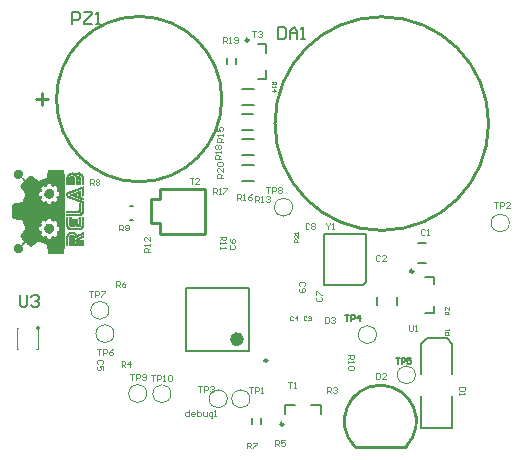
<source format=gto>
G04*
G04 #@! TF.GenerationSoftware,Altium Limited,CircuitMaker,2.3.0 (3)*
G04*
G04 Layer_Color=15132400*
%FSLAX25Y25*%
%MOIN*%
G70*
G04*
G04 #@! TF.SameCoordinates,D9861004-D678-4A7D-ADCB-9CC0BAE6BC75*
G04*
G04*
G04 #@! TF.FilePolarity,Positive*
G04*
G01*
G75*
%ADD10C,0.01000*%
%ADD11C,0.00394*%
%ADD12C,0.00787*%
%ADD13C,0.00984*%
%ADD14C,0.02362*%
%ADD15C,0.00500*%
%ADD16C,0.00591*%
G36*
X324619Y406974D02*
X324808D01*
Y406880D01*
X324997D01*
Y406785D01*
X325185D01*
Y406691D01*
X325280D01*
Y406597D01*
X325468D01*
Y406502D01*
X325563D01*
Y406408D01*
X325657D01*
Y406314D01*
X325751D01*
Y406125D01*
X325846D01*
Y406031D01*
X325940D01*
Y405936D01*
X326035D01*
Y405747D01*
X326129D01*
Y405370D01*
X326223D01*
Y403011D01*
X326129D01*
Y402916D01*
X325940D01*
Y403011D01*
X325468D01*
Y403105D01*
X325374D01*
Y405087D01*
X325280D01*
Y405464D01*
X325185D01*
Y405653D01*
X325091D01*
Y405747D01*
X324997D01*
Y405842D01*
X324902D01*
Y405936D01*
X324713D01*
Y406031D01*
X324525D01*
Y406125D01*
X323770D01*
Y406031D01*
X323676D01*
Y405936D01*
X323487D01*
Y405842D01*
X323393D01*
Y405747D01*
X323298D01*
Y405653D01*
X323109D01*
Y405747D01*
X323015D01*
Y405842D01*
X322921D01*
Y405936D01*
X322732D01*
Y406031D01*
X322543D01*
Y406125D01*
X321788D01*
Y406031D01*
X321600D01*
Y405936D01*
X321411D01*
Y405842D01*
X321317D01*
Y405747D01*
X321222D01*
Y405559D01*
X321128D01*
Y405370D01*
X321034D01*
Y403011D01*
X320845D01*
Y402916D01*
X320562D01*
Y403011D01*
X320373D01*
Y402916D01*
X320279D01*
Y403011D01*
X320184D01*
Y405559D01*
X320279D01*
Y405842D01*
X320373D01*
Y406031D01*
X320467D01*
Y406125D01*
X320562D01*
Y406219D01*
X320656D01*
Y406314D01*
X320750D01*
Y406408D01*
X320845D01*
Y406502D01*
X320939D01*
Y406597D01*
X321034D01*
Y406691D01*
X321222D01*
Y406785D01*
X321411D01*
Y406880D01*
X321694D01*
Y406974D01*
X321977D01*
Y407068D01*
X322543D01*
Y406974D01*
X322638D01*
Y406880D01*
X322826D01*
Y406785D01*
X323487D01*
Y406880D01*
X323770D01*
Y406974D01*
X324053D01*
Y407068D01*
X324619D01*
Y406974D01*
D02*
G37*
G36*
X319429Y407351D02*
X319524D01*
Y406597D01*
X319618D01*
Y405653D01*
X319712D01*
Y382252D01*
X319618D01*
Y381402D01*
X319524D01*
Y380742D01*
X319429D01*
Y380176D01*
X319335D01*
Y379987D01*
X314145D01*
Y380176D01*
X314051D01*
Y380553D01*
X313956D01*
Y381402D01*
X313862D01*
Y382252D01*
X313768D01*
Y382723D01*
X313673D01*
Y382912D01*
X313579D01*
Y383006D01*
X313296D01*
Y383101D01*
X313107D01*
Y383195D01*
X312918D01*
Y383290D01*
X312635D01*
Y383384D01*
X312447D01*
Y383478D01*
X312163D01*
Y383573D01*
X311975D01*
Y383667D01*
X311692D01*
Y383761D01*
X311503D01*
Y383856D01*
X311314D01*
Y383950D01*
X310748D01*
Y383856D01*
X310654D01*
Y383761D01*
X310465D01*
Y383667D01*
X310371D01*
Y383573D01*
X310276D01*
Y383478D01*
X310182D01*
Y383384D01*
X309993D01*
Y383290D01*
X309899D01*
Y383195D01*
X309805D01*
Y383101D01*
X309710D01*
Y383006D01*
X309521D01*
Y382912D01*
X309427D01*
Y382818D01*
X309333D01*
Y382723D01*
X309144D01*
Y382629D01*
X309050D01*
Y382535D01*
X308955D01*
Y382440D01*
X308767D01*
Y382346D01*
X308012D01*
Y382440D01*
X307917D01*
Y382535D01*
X307729D01*
Y382629D01*
X307634D01*
Y382723D01*
X307540D01*
Y382818D01*
X307446D01*
Y382912D01*
X307351D01*
Y383006D01*
X307257D01*
Y383101D01*
X307162D01*
Y383195D01*
X307068D01*
Y383290D01*
X306974D01*
Y383384D01*
X306879D01*
Y383478D01*
X306785D01*
Y383573D01*
X306502D01*
Y383478D01*
X306407D01*
Y383384D01*
X306313D01*
Y383290D01*
X306219D01*
Y383195D01*
X306124D01*
Y383101D01*
X306030D01*
Y383006D01*
X305936D01*
Y382912D01*
X305747D01*
Y382818D01*
X305653D01*
Y382629D01*
X305558D01*
Y382346D01*
X305653D01*
Y382063D01*
X305747D01*
Y381213D01*
X305653D01*
Y380930D01*
X305558D01*
Y380836D01*
X305464D01*
Y380742D01*
X305369D01*
Y380647D01*
X305275D01*
Y380553D01*
X305181D01*
Y380459D01*
X305086D01*
Y380364D01*
X304898D01*
Y380270D01*
X304709D01*
Y380176D01*
X303671D01*
Y380270D01*
X303577D01*
Y380364D01*
X303388D01*
Y380459D01*
X303294D01*
Y380553D01*
X303199D01*
Y380647D01*
X303105D01*
Y380742D01*
X303011D01*
Y380836D01*
X302916D01*
Y381025D01*
X302822D01*
Y381308D01*
X302727D01*
Y382157D01*
X302822D01*
Y382346D01*
X302916D01*
Y382535D01*
X303011D01*
Y382723D01*
X303105D01*
Y382818D01*
X303199D01*
Y382912D01*
X303388D01*
Y383006D01*
X303482D01*
Y383101D01*
X303671D01*
Y383195D01*
X304709D01*
Y383101D01*
X304898D01*
Y383006D01*
X305275D01*
Y383101D01*
X305369D01*
Y383195D01*
X305464D01*
Y383290D01*
X305558D01*
Y383478D01*
X305653D01*
Y383573D01*
X305747D01*
Y383667D01*
X305841D01*
Y383761D01*
X305936D01*
Y383856D01*
X306030D01*
Y384044D01*
X306124D01*
Y384233D01*
X306030D01*
Y384327D01*
X305936D01*
Y384422D01*
X305841D01*
Y384516D01*
X305747D01*
Y384611D01*
X305653D01*
Y384705D01*
X305558D01*
Y384799D01*
X305464D01*
Y384894D01*
X305369D01*
Y384988D01*
X305275D01*
Y385082D01*
X305181D01*
Y385271D01*
X305086D01*
Y385365D01*
X304992D01*
Y385648D01*
X304898D01*
Y385932D01*
X304992D01*
Y386215D01*
X305086D01*
Y386309D01*
X305181D01*
Y386498D01*
X305275D01*
Y386592D01*
X305369D01*
Y386686D01*
X305464D01*
Y386781D01*
X305558D01*
Y386969D01*
X305653D01*
Y387064D01*
X305747D01*
Y387158D01*
X305841D01*
Y387253D01*
X305936D01*
Y387441D01*
X306030D01*
Y387536D01*
X306124D01*
Y387630D01*
X306219D01*
Y387819D01*
X306313D01*
Y387913D01*
X306407D01*
Y388007D01*
X306502D01*
Y388102D01*
X306596D01*
Y388574D01*
X306502D01*
Y388857D01*
X306407D01*
Y389046D01*
X306313D01*
Y389234D01*
X306219D01*
Y389517D01*
X306124D01*
Y389706D01*
X306030D01*
Y389989D01*
X305936D01*
Y390178D01*
X305841D01*
Y390461D01*
X305747D01*
Y390650D01*
X305653D01*
Y390933D01*
X305558D01*
Y391027D01*
X305464D01*
Y391121D01*
X304898D01*
Y391216D01*
X304048D01*
Y391310D01*
X303294D01*
Y391405D01*
X302822D01*
Y391499D01*
X302633D01*
Y391593D01*
X302539D01*
Y391688D01*
X302444D01*
Y391782D01*
X302350D01*
Y391971D01*
X302256D01*
Y396217D01*
X302350D01*
Y396406D01*
X302444D01*
Y396500D01*
X302539D01*
Y396594D01*
X302633D01*
Y396689D01*
X302822D01*
Y396783D01*
X303388D01*
Y396877D01*
X304143D01*
Y396972D01*
X304898D01*
Y397066D01*
X305464D01*
Y397161D01*
X305558D01*
Y397255D01*
X305653D01*
Y397538D01*
X305747D01*
Y397727D01*
X305841D01*
Y398010D01*
X305936D01*
Y398199D01*
X306030D01*
Y398387D01*
X306124D01*
Y398670D01*
X306219D01*
Y398859D01*
X306313D01*
Y399142D01*
X306407D01*
Y399331D01*
X306502D01*
Y399614D01*
X306596D01*
Y400086D01*
X306502D01*
Y400180D01*
X306407D01*
Y400274D01*
X306313D01*
Y400369D01*
X306219D01*
Y400558D01*
X306124D01*
Y400652D01*
X306030D01*
Y400746D01*
X305936D01*
Y400935D01*
X305841D01*
Y401029D01*
X305747D01*
Y401124D01*
X305653D01*
Y401218D01*
X305558D01*
Y401407D01*
X305464D01*
Y401501D01*
X305369D01*
Y401595D01*
X305275D01*
Y401690D01*
X305181D01*
Y401879D01*
X305086D01*
Y401973D01*
X304992D01*
Y402256D01*
X304898D01*
Y402539D01*
X304992D01*
Y402822D01*
X305086D01*
Y402916D01*
X305181D01*
Y403105D01*
X305275D01*
Y403200D01*
X305369D01*
Y403294D01*
X305464D01*
Y403388D01*
X305558D01*
Y403483D01*
X305653D01*
Y403577D01*
X305747D01*
Y403671D01*
X305841D01*
Y403766D01*
X305936D01*
Y403860D01*
X306030D01*
Y403955D01*
X306124D01*
Y404143D01*
X306030D01*
Y404238D01*
X305936D01*
Y404332D01*
X305841D01*
Y404426D01*
X305747D01*
Y404521D01*
X305653D01*
Y404709D01*
X305558D01*
Y404804D01*
X305464D01*
Y404898D01*
X305369D01*
Y404992D01*
X305275D01*
Y405087D01*
X304803D01*
Y404992D01*
X304520D01*
Y404898D01*
X303860D01*
Y404992D01*
X303577D01*
Y405087D01*
X303388D01*
Y405181D01*
X303294D01*
Y405276D01*
X303199D01*
Y405370D01*
X303105D01*
Y405464D01*
X303011D01*
Y405559D01*
X302916D01*
Y405747D01*
X302822D01*
Y405936D01*
X302727D01*
Y406880D01*
X302822D01*
Y407163D01*
X302916D01*
Y407351D01*
X303011D01*
Y407446D01*
X303105D01*
Y407540D01*
X303199D01*
Y407635D01*
X303388D01*
Y407729D01*
X303482D01*
Y407823D01*
X304898D01*
Y407729D01*
X305086D01*
Y407635D01*
X305181D01*
Y407540D01*
X305369D01*
Y407351D01*
X305464D01*
Y407257D01*
X305558D01*
Y407163D01*
X305653D01*
Y406880D01*
X305747D01*
Y406125D01*
X305653D01*
Y405842D01*
X305558D01*
Y405559D01*
X305464D01*
Y405464D01*
X305558D01*
Y405370D01*
X305653D01*
Y405276D01*
X305841D01*
Y405181D01*
X305936D01*
Y405087D01*
X306030D01*
Y404992D01*
X306124D01*
Y404898D01*
X306219D01*
Y404804D01*
X306313D01*
Y404709D01*
X306502D01*
Y404615D01*
X306596D01*
Y404521D01*
X306691D01*
Y404615D01*
X306785D01*
Y404709D01*
X306879D01*
Y404804D01*
X306974D01*
Y404898D01*
X307068D01*
Y404992D01*
X307162D01*
Y405087D01*
X307257D01*
Y405181D01*
X307351D01*
Y405276D01*
X307446D01*
Y405370D01*
X307540D01*
Y405464D01*
X307634D01*
Y405559D01*
X307729D01*
Y405653D01*
X307917D01*
Y405747D01*
X308012D01*
Y405842D01*
X308767D01*
Y405747D01*
X308955D01*
Y405653D01*
X309050D01*
Y405559D01*
X309144D01*
Y405464D01*
X309333D01*
Y405370D01*
X309427D01*
Y405276D01*
X309521D01*
Y405181D01*
X309616D01*
Y405087D01*
X309805D01*
Y404992D01*
X309899D01*
Y404898D01*
X309993D01*
Y404804D01*
X310182D01*
Y404709D01*
X310276D01*
Y404615D01*
X310371D01*
Y404521D01*
X310465D01*
Y404426D01*
X310654D01*
Y404332D01*
X310748D01*
Y404238D01*
X311314D01*
Y404332D01*
X311503D01*
Y404426D01*
X311692D01*
Y404521D01*
X311975D01*
Y404615D01*
X312163D01*
Y404709D01*
X312352D01*
Y404804D01*
X312635D01*
Y404898D01*
X312824D01*
Y404992D01*
X313107D01*
Y405087D01*
X313390D01*
Y405181D01*
X313579D01*
Y405276D01*
X313673D01*
Y405370D01*
X313768D01*
Y406031D01*
X313862D01*
Y406880D01*
X313956D01*
Y407635D01*
X314051D01*
Y407823D01*
X319429D01*
Y407351D01*
D02*
G37*
G36*
X324525Y405842D02*
X324713D01*
Y405747D01*
X324902D01*
Y405653D01*
X324997D01*
Y405464D01*
X325091D01*
Y403011D01*
X324997D01*
Y402916D01*
X324525D01*
Y403011D01*
X323864D01*
Y402916D01*
X323487D01*
Y403011D01*
X323298D01*
Y405276D01*
X323393D01*
Y405559D01*
X323487D01*
Y405653D01*
X323581D01*
Y405747D01*
X323676D01*
Y405842D01*
X323864D01*
Y405936D01*
X324525D01*
Y405842D01*
D02*
G37*
G36*
X322543D02*
X322638D01*
Y405747D01*
X322732D01*
Y405653D01*
X322826D01*
Y405559D01*
X322921D01*
Y405464D01*
X323015D01*
Y404992D01*
X323109D01*
Y403105D01*
X323015D01*
Y403011D01*
X322921D01*
Y402916D01*
X321317D01*
Y403011D01*
X321222D01*
Y405464D01*
X321317D01*
Y405559D01*
X321411D01*
Y405653D01*
X321505D01*
Y405747D01*
X321600D01*
Y405842D01*
X321788D01*
Y405936D01*
X322543D01*
Y405842D01*
D02*
G37*
G36*
X326223Y399048D02*
X325846D01*
Y398953D01*
X325563D01*
Y399048D01*
X325374D01*
Y401407D01*
X325091D01*
Y401312D01*
X324808D01*
Y401218D01*
X324619D01*
Y401124D01*
X324336D01*
Y401029D01*
X324147D01*
Y400935D01*
X323864D01*
Y400841D01*
X323676D01*
Y400746D01*
X323393D01*
Y400652D01*
X323109D01*
Y400558D01*
X322921D01*
Y400463D01*
X322638D01*
Y400369D01*
X322449D01*
Y400274D01*
X322166D01*
Y400180D01*
X321977D01*
Y400086D01*
X321694D01*
Y399991D01*
X321411D01*
Y399897D01*
X321222D01*
Y399803D01*
X321034D01*
Y399708D01*
X320939D01*
Y399331D01*
X321034D01*
Y399236D01*
X321222D01*
Y399142D01*
X321505D01*
Y399048D01*
X321788D01*
Y398953D01*
X321977D01*
Y398859D01*
X322260D01*
Y398765D01*
X322543D01*
Y398670D01*
X322732D01*
Y398576D01*
X323015D01*
Y398482D01*
X323298D01*
Y398387D01*
X323581D01*
Y398293D01*
X323770D01*
Y398199D01*
X324053D01*
Y398104D01*
X324336D01*
Y398010D01*
X324525D01*
Y397915D01*
X324808D01*
Y397821D01*
X325091D01*
Y397727D01*
X325374D01*
Y397632D01*
X325563D01*
Y397538D01*
X325940D01*
Y397444D01*
X326223D01*
Y393858D01*
X326129D01*
Y393480D01*
X326035D01*
Y393292D01*
X325940D01*
Y393197D01*
X325846D01*
Y393009D01*
X325751D01*
Y392914D01*
X325657D01*
Y392820D01*
X325468D01*
Y392726D01*
X325374D01*
Y392631D01*
X325091D01*
Y392537D01*
X324808D01*
Y392442D01*
X320090D01*
Y393292D01*
X324713D01*
Y393386D01*
X324902D01*
Y393480D01*
X325091D01*
Y393575D01*
X325185D01*
Y393763D01*
X325280D01*
Y394141D01*
X325374D01*
Y396783D01*
X325280D01*
Y396877D01*
X325185D01*
Y396972D01*
X324902D01*
Y397066D01*
X324619D01*
Y397161D01*
X324336D01*
Y397255D01*
X324053D01*
Y397349D01*
X323864D01*
Y397444D01*
X323581D01*
Y397538D01*
X323298D01*
Y397632D01*
X323015D01*
Y397727D01*
X322826D01*
Y397821D01*
X322543D01*
Y397915D01*
X322260D01*
Y398010D01*
X321977D01*
Y398104D01*
X321694D01*
Y398199D01*
X321505D01*
Y398293D01*
X321222D01*
Y398387D01*
X320939D01*
Y398482D01*
X320750D01*
Y398576D01*
X320656D01*
Y398670D01*
X320467D01*
Y398765D01*
X320373D01*
Y398859D01*
X320279D01*
Y399048D01*
X320184D01*
Y399142D01*
X320090D01*
Y399897D01*
X320184D01*
Y400086D01*
X320279D01*
Y400180D01*
X320373D01*
Y400274D01*
X320467D01*
Y400369D01*
X320562D01*
Y400463D01*
X320750D01*
Y400558D01*
X320939D01*
Y400652D01*
X321222D01*
Y400746D01*
X321411D01*
Y400841D01*
X321788D01*
Y400935D01*
X321977D01*
Y401029D01*
X322260D01*
Y401124D01*
X322449D01*
Y401218D01*
X322732D01*
Y401312D01*
X323015D01*
Y401407D01*
X323298D01*
Y401501D01*
X323487D01*
Y401595D01*
X323770D01*
Y401690D01*
X324053D01*
Y401784D01*
X324242D01*
Y401879D01*
X324525D01*
Y401973D01*
X324808D01*
Y402067D01*
X324997D01*
Y402162D01*
X325280D01*
Y402256D01*
X325563D01*
Y402350D01*
X325751D01*
Y402445D01*
X326035D01*
Y402539D01*
X326223D01*
Y399048D01*
D02*
G37*
G36*
X325091D02*
X324997D01*
Y398953D01*
X324902D01*
Y398859D01*
X325185D01*
Y398765D01*
X325374D01*
Y398670D01*
X325563D01*
Y398576D01*
X325940D01*
Y398482D01*
X326223D01*
Y397821D01*
X326129D01*
Y397727D01*
X326223D01*
Y397632D01*
X325940D01*
Y397727D01*
X325657D01*
Y397821D01*
X325468D01*
Y397915D01*
X325185D01*
Y398010D01*
X324902D01*
Y398104D01*
X324619D01*
Y398199D01*
X324430D01*
Y398293D01*
X324147D01*
Y398387D01*
X323864D01*
Y398482D01*
X323581D01*
Y398576D01*
X323393D01*
Y398670D01*
X323109D01*
Y398765D01*
X322826D01*
Y398859D01*
X322638D01*
Y398953D01*
X322355D01*
Y399048D01*
X322071D01*
Y399142D01*
X321788D01*
Y399236D01*
X321600D01*
Y399331D01*
X321317D01*
Y399425D01*
X321222D01*
Y399614D01*
X321317D01*
Y399708D01*
X321600D01*
Y399803D01*
X321788D01*
Y399897D01*
X322071D01*
Y399991D01*
X322355D01*
Y400086D01*
X322543D01*
Y400180D01*
X322826D01*
Y400274D01*
X323109D01*
Y400369D01*
X323298D01*
Y400463D01*
X323581D01*
Y400558D01*
X323864D01*
Y400652D01*
X324053D01*
Y400746D01*
X324336D01*
Y400841D01*
X324525D01*
Y400935D01*
X324808D01*
Y401029D01*
X325091D01*
Y399048D01*
D02*
G37*
G36*
Y393858D02*
X324997D01*
Y393669D01*
X324902D01*
Y393575D01*
X324619D01*
Y393480D01*
X320090D01*
Y394330D01*
X324242D01*
Y394518D01*
X324336D01*
Y396783D01*
X325091D01*
Y393858D01*
D02*
G37*
G36*
Y390838D02*
Y390744D01*
Y389140D01*
X324997D01*
Y388951D01*
X324808D01*
Y388857D01*
X324619D01*
Y388762D01*
X323393D01*
Y388857D01*
X323298D01*
Y389140D01*
X323204D01*
Y391405D01*
X323393D01*
Y391499D01*
X323487D01*
Y391405D01*
X323770D01*
Y391499D01*
X323959D01*
Y391405D01*
X324053D01*
Y389612D01*
X324242D01*
Y389800D01*
X324336D01*
Y391688D01*
X324242D01*
Y391782D01*
X324336D01*
Y392065D01*
X325091D01*
Y390838D01*
D02*
G37*
G36*
X321977Y389706D02*
X322071D01*
Y389612D01*
X322260D01*
Y391405D01*
X323015D01*
Y391310D01*
X323109D01*
Y390838D01*
X323015D01*
Y389706D01*
X323109D01*
Y388951D01*
X323015D01*
Y388762D01*
X321600D01*
Y388857D01*
X321411D01*
Y388951D01*
X321317D01*
Y389046D01*
X321222D01*
Y389612D01*
X321128D01*
Y391876D01*
X321222D01*
Y392065D01*
X321977D01*
Y389706D01*
D02*
G37*
G36*
X326223Y390367D02*
Y390272D01*
Y389046D01*
X326129D01*
Y388762D01*
X326035D01*
Y388574D01*
X325940D01*
Y388479D01*
X325846D01*
Y388291D01*
X325751D01*
Y388196D01*
X325657D01*
Y388102D01*
X325563D01*
Y388007D01*
X325374D01*
Y387913D01*
X325185D01*
Y387819D01*
X324902D01*
Y387724D01*
X321411D01*
Y387819D01*
X321034D01*
Y387913D01*
X320845D01*
Y388007D01*
X320750D01*
Y388102D01*
X320656D01*
Y388196D01*
X320562D01*
Y388291D01*
X320467D01*
Y388385D01*
X320373D01*
Y388574D01*
X320279D01*
Y388762D01*
X320184D01*
Y388951D01*
X320090D01*
Y392065D01*
X320845D01*
Y391971D01*
X320939D01*
Y389234D01*
X321034D01*
Y388951D01*
X321128D01*
Y388857D01*
X321222D01*
Y388762D01*
X321317D01*
Y388668D01*
X321505D01*
Y388574D01*
X324808D01*
Y388668D01*
X324997D01*
Y388762D01*
X325091D01*
Y388857D01*
X325185D01*
Y389046D01*
X325280D01*
Y389329D01*
X325374D01*
Y391971D01*
X325563D01*
Y392065D01*
X326223D01*
Y390367D01*
D02*
G37*
G36*
X322543Y387253D02*
X322826D01*
Y387158D01*
X323109D01*
Y387064D01*
X323204D01*
Y386969D01*
X323298D01*
Y386875D01*
X323487D01*
Y386781D01*
X323581D01*
Y386592D01*
X323676D01*
Y386498D01*
X323770D01*
Y386403D01*
X323864D01*
Y386309D01*
X324242D01*
Y386403D01*
X324430D01*
Y386498D01*
X324619D01*
Y386592D01*
X324808D01*
Y386686D01*
X324997D01*
Y386781D01*
X325185D01*
Y386875D01*
X325374D01*
Y386969D01*
X325563D01*
Y387064D01*
X325751D01*
Y387158D01*
X325940D01*
Y387253D01*
X326223D01*
Y386403D01*
X325940D01*
Y386309D01*
X325657D01*
Y386215D01*
X325468D01*
Y386120D01*
X325280D01*
Y386026D01*
X325185D01*
Y385932D01*
X324997D01*
Y385837D01*
X324713D01*
Y385743D01*
X324525D01*
Y385648D01*
X324336D01*
Y385554D01*
X324147D01*
Y385460D01*
X323959D01*
Y385365D01*
X323770D01*
Y385271D01*
X323581D01*
Y385177D01*
X323298D01*
Y385271D01*
X323204D01*
Y385743D01*
X323109D01*
Y386026D01*
X323015D01*
Y386120D01*
X322921D01*
Y386215D01*
X322826D01*
Y386309D01*
X322732D01*
Y386403D01*
X322543D01*
Y386498D01*
X321694D01*
Y386403D01*
X321505D01*
Y386309D01*
X321411D01*
Y386215D01*
X321222D01*
Y386026D01*
X321128D01*
Y385837D01*
X321034D01*
Y385554D01*
X320939D01*
Y382535D01*
X320184D01*
Y382629D01*
X320090D01*
Y385837D01*
X320184D01*
Y386026D01*
X320279D01*
Y386309D01*
X320373D01*
Y386403D01*
X320467D01*
Y386592D01*
X320562D01*
Y386686D01*
X320656D01*
Y386781D01*
X320750D01*
Y386875D01*
X320845D01*
Y386969D01*
X321034D01*
Y387064D01*
X321222D01*
Y387158D01*
X321411D01*
Y387253D01*
X321694D01*
Y387347D01*
X322543D01*
Y387253D01*
D02*
G37*
G36*
X326223Y385554D02*
X326129D01*
Y385365D01*
X325846D01*
Y385271D01*
X325657D01*
Y385177D01*
X325468D01*
Y385082D01*
X325280D01*
Y384988D01*
X325091D01*
Y384894D01*
X324902D01*
Y384799D01*
X324808D01*
Y384705D01*
X324619D01*
Y384611D01*
X324430D01*
Y384516D01*
X324336D01*
Y384422D01*
X326223D01*
Y383667D01*
X323298D01*
Y383761D01*
X323204D01*
Y384611D01*
X323298D01*
Y384799D01*
X323393D01*
Y384894D01*
X323487D01*
Y384988D01*
X323676D01*
Y385082D01*
X323864D01*
Y385177D01*
X324053D01*
Y385271D01*
X324242D01*
Y385365D01*
X324430D01*
Y385460D01*
X324619D01*
Y385554D01*
X324808D01*
Y385648D01*
X324997D01*
Y385743D01*
X325185D01*
Y385837D01*
X325374D01*
Y385932D01*
X325563D01*
Y386026D01*
X325751D01*
Y386120D01*
X325940D01*
Y386215D01*
X326223D01*
Y385554D01*
D02*
G37*
G36*
X322449Y386215D02*
X322638D01*
Y386120D01*
X322732D01*
Y386026D01*
X322826D01*
Y385932D01*
X322921D01*
Y385743D01*
X323015D01*
Y385177D01*
X323109D01*
Y383950D01*
X323015D01*
Y383573D01*
X323109D01*
Y383478D01*
X323204D01*
Y383384D01*
X326223D01*
Y382629D01*
X326129D01*
Y382535D01*
X322260D01*
Y385365D01*
X322166D01*
Y385460D01*
X322071D01*
Y385365D01*
X321977D01*
Y382535D01*
X321222D01*
Y383761D01*
X321128D01*
Y385271D01*
X321222D01*
Y385743D01*
X321317D01*
Y385932D01*
X321411D01*
Y386026D01*
X321505D01*
Y386120D01*
X321600D01*
Y386215D01*
X321788D01*
Y386309D01*
X322449D01*
Y386215D01*
D02*
G37*
%LPC*%
G36*
X315089Y403200D02*
X313956D01*
Y402916D01*
X313862D01*
Y402539D01*
X313768D01*
Y402445D01*
X313673D01*
Y402350D01*
X313485D01*
Y402256D01*
X313107D01*
Y402350D01*
X312918D01*
Y402445D01*
X312824D01*
Y402539D01*
X312730D01*
Y402633D01*
X312541D01*
Y402539D01*
X312447D01*
Y402445D01*
X312352D01*
Y402350D01*
X312258D01*
Y402256D01*
X312163D01*
Y402162D01*
X312069D01*
Y402067D01*
X311975D01*
Y401973D01*
X311880D01*
Y401595D01*
X311975D01*
Y401501D01*
X312069D01*
Y401407D01*
X312163D01*
Y401029D01*
X312069D01*
Y400746D01*
X311975D01*
Y400558D01*
X311409D01*
Y400463D01*
X311314D01*
Y400369D01*
X311220D01*
Y399331D01*
X311314D01*
Y399236D01*
X311786D01*
Y399142D01*
X311975D01*
Y399048D01*
X312069D01*
Y398859D01*
X312163D01*
Y398387D01*
X312069D01*
Y398293D01*
X311975D01*
Y398104D01*
X311880D01*
Y397821D01*
X311975D01*
Y397727D01*
X312069D01*
Y397632D01*
X312163D01*
Y397538D01*
X312258D01*
Y397444D01*
X312352D01*
Y397349D01*
X312447D01*
Y397255D01*
X312541D01*
Y397161D01*
X312730D01*
Y397255D01*
X312918D01*
Y397349D01*
X313013D01*
Y397444D01*
X313673D01*
Y397349D01*
X313768D01*
Y397161D01*
X313862D01*
Y396783D01*
X313956D01*
Y396594D01*
X314145D01*
Y396500D01*
X314900D01*
Y396594D01*
X315089D01*
Y396689D01*
X315183D01*
Y397161D01*
X315277D01*
Y397255D01*
X315372D01*
Y397349D01*
X315466D01*
Y397444D01*
X315749D01*
Y397538D01*
X315844D01*
Y397444D01*
X316127D01*
Y397349D01*
X316221D01*
Y397255D01*
X316410D01*
Y397161D01*
X316504D01*
Y397255D01*
X316693D01*
Y397349D01*
X316787D01*
Y397444D01*
X316882D01*
Y397538D01*
X316976D01*
Y397632D01*
X317070D01*
Y397727D01*
X317165D01*
Y397821D01*
X317259D01*
Y398104D01*
X317165D01*
Y398199D01*
X317070D01*
Y398387D01*
X316976D01*
Y398482D01*
X316882D01*
Y398765D01*
X316976D01*
Y398953D01*
X317070D01*
Y399048D01*
X317165D01*
Y399142D01*
X317353D01*
Y399236D01*
X317731D01*
Y399331D01*
X317825D01*
Y399425D01*
X317919D01*
Y400274D01*
X317825D01*
Y400463D01*
X317542D01*
Y400558D01*
X317165D01*
Y400652D01*
X317070D01*
Y400841D01*
X316976D01*
Y401407D01*
X317070D01*
Y401501D01*
X317165D01*
Y401690D01*
X317259D01*
Y401879D01*
X317165D01*
Y402067D01*
X317070D01*
Y402162D01*
X316976D01*
Y402256D01*
X316882D01*
Y402350D01*
X316787D01*
Y402445D01*
X316693D01*
Y402539D01*
X316504D01*
Y402633D01*
X316410D01*
Y402539D01*
X316221D01*
Y402445D01*
X316127D01*
Y402350D01*
X316032D01*
Y402256D01*
X315655D01*
Y402350D01*
X315372D01*
Y402445D01*
X315277D01*
Y402633D01*
X315183D01*
Y403105D01*
X315089D01*
Y403200D01*
D02*
G37*
G36*
X314900Y391688D02*
X314711D01*
Y391593D01*
X313956D01*
Y391310D01*
X313862D01*
Y390933D01*
X313768D01*
Y390838D01*
X313673D01*
Y390744D01*
X313390D01*
Y390650D01*
X313201D01*
Y390744D01*
X313013D01*
Y390838D01*
X312824D01*
Y390933D01*
X312730D01*
Y391027D01*
X312541D01*
Y390933D01*
X312447D01*
Y390838D01*
X312352D01*
Y390744D01*
X312258D01*
Y390650D01*
X312163D01*
Y390555D01*
X312069D01*
Y390461D01*
X311975D01*
Y390367D01*
X311880D01*
Y389989D01*
X311975D01*
Y389895D01*
X312069D01*
Y389800D01*
X312163D01*
Y389423D01*
X312069D01*
Y389140D01*
X311975D01*
Y389046D01*
X311880D01*
Y388951D01*
X311409D01*
Y388857D01*
X311220D01*
Y387819D01*
X311314D01*
Y387724D01*
X311503D01*
Y387630D01*
X311880D01*
Y387536D01*
X311975D01*
Y387441D01*
X312069D01*
Y387253D01*
X312163D01*
Y386781D01*
X312069D01*
Y386686D01*
X311975D01*
Y386498D01*
X311880D01*
Y386215D01*
X311975D01*
Y386120D01*
X312069D01*
Y386026D01*
X312163D01*
Y385932D01*
X312258D01*
Y385837D01*
X312352D01*
Y385743D01*
X312447D01*
Y385648D01*
X312824D01*
Y385743D01*
X312918D01*
Y385837D01*
X313107D01*
Y385932D01*
X313390D01*
Y385837D01*
X313673D01*
Y385743D01*
X313768D01*
Y385648D01*
X313862D01*
Y385271D01*
X313956D01*
Y384988D01*
X315089D01*
Y385082D01*
X315183D01*
Y385554D01*
X315277D01*
Y385648D01*
X315372D01*
Y385837D01*
X315561D01*
Y385932D01*
X316032D01*
Y385837D01*
X316127D01*
Y385743D01*
X316221D01*
Y385648D01*
X316410D01*
Y385554D01*
X316504D01*
Y385648D01*
X316693D01*
Y385743D01*
X316787D01*
Y385837D01*
X316882D01*
Y385932D01*
X316976D01*
Y386026D01*
X317070D01*
Y386120D01*
X317165D01*
Y386309D01*
X317259D01*
Y386498D01*
X317165D01*
Y386686D01*
X317070D01*
Y386781D01*
X316976D01*
Y387347D01*
X317070D01*
Y387536D01*
X317165D01*
Y387630D01*
X317636D01*
Y387724D01*
X317825D01*
Y387913D01*
X317919D01*
Y388762D01*
X317825D01*
Y388951D01*
X317259D01*
Y389046D01*
X317070D01*
Y389329D01*
X316976D01*
Y389800D01*
X317070D01*
Y389989D01*
X317165D01*
Y390084D01*
X317259D01*
Y390367D01*
X317165D01*
Y390461D01*
X317070D01*
Y390555D01*
X316976D01*
Y390650D01*
X316882D01*
Y390744D01*
X316787D01*
Y390838D01*
X316693D01*
Y390933D01*
X316599D01*
Y391027D01*
X316410D01*
Y390933D01*
X316221D01*
Y390838D01*
X316127D01*
Y390744D01*
X316032D01*
Y390650D01*
X315749D01*
Y390744D01*
X315466D01*
Y390838D01*
X315277D01*
Y391027D01*
X315183D01*
Y391499D01*
X315089D01*
Y391593D01*
X314900D01*
Y391688D01*
D02*
G37*
%LPD*%
G36*
X315089Y401407D02*
X315372D01*
Y401312D01*
X315466D01*
Y401218D01*
X315561D01*
Y401124D01*
X315749D01*
Y400935D01*
X315844D01*
Y400841D01*
X315938D01*
Y400746D01*
X316032D01*
Y400558D01*
X316127D01*
Y400274D01*
X316221D01*
Y399519D01*
X316127D01*
Y399236D01*
X316032D01*
Y399048D01*
X315938D01*
Y398859D01*
X315844D01*
Y398765D01*
X315749D01*
Y398670D01*
X315655D01*
Y398576D01*
X315561D01*
Y398482D01*
X315372D01*
Y398387D01*
X315183D01*
Y398293D01*
X314900D01*
Y398199D01*
X314240D01*
Y398293D01*
X313956D01*
Y398387D01*
X313768D01*
Y398482D01*
X313579D01*
Y398576D01*
X313485D01*
Y398670D01*
X313390D01*
Y398765D01*
X313296D01*
Y398859D01*
X313201D01*
Y398953D01*
X313107D01*
Y399142D01*
X313013D01*
Y399331D01*
X312918D01*
Y400369D01*
X313013D01*
Y400652D01*
X313107D01*
Y400746D01*
X313201D01*
Y400935D01*
X313296D01*
Y401029D01*
X313390D01*
Y401124D01*
X313485D01*
Y401218D01*
X313673D01*
Y401312D01*
X313768D01*
Y401407D01*
X313956D01*
Y401501D01*
X315089D01*
Y401407D01*
D02*
G37*
G36*
X314806Y389895D02*
X315183D01*
Y389800D01*
X315372D01*
Y389706D01*
X315466D01*
Y389612D01*
X315655D01*
Y389517D01*
X315749D01*
Y389423D01*
X315844D01*
Y389329D01*
X315938D01*
Y389140D01*
X316032D01*
Y388951D01*
X316127D01*
Y388668D01*
X316221D01*
Y387913D01*
X316127D01*
Y387630D01*
X316032D01*
Y387441D01*
X315938D01*
Y387347D01*
X315844D01*
Y387158D01*
X315749D01*
Y387064D01*
X315561D01*
Y386969D01*
X315466D01*
Y386875D01*
X315277D01*
Y386781D01*
X315089D01*
Y386686D01*
X313956D01*
Y386781D01*
X313768D01*
Y386875D01*
X313579D01*
Y386969D01*
X313485D01*
Y387064D01*
X313390D01*
Y387158D01*
X313296D01*
Y387253D01*
X313201D01*
Y387347D01*
X313107D01*
Y387536D01*
X313013D01*
Y387819D01*
X312918D01*
Y388762D01*
X313013D01*
Y389046D01*
X313107D01*
Y389234D01*
X313201D01*
Y389329D01*
X313296D01*
Y389423D01*
X313390D01*
Y389517D01*
X313485D01*
Y389612D01*
X313579D01*
Y389706D01*
X313768D01*
Y389800D01*
X313956D01*
Y389895D01*
X314240D01*
Y389989D01*
X314806D01*
Y389895D01*
D02*
G37*
%LPC*%
G36*
X324242Y405087D02*
X324147D01*
Y403860D01*
X324242D01*
Y404143D01*
X324336D01*
Y404615D01*
X324242D01*
Y405087D01*
D02*
G37*
G36*
X322166Y404992D02*
X322071D01*
Y404521D01*
X321977D01*
Y404426D01*
X322071D01*
Y403860D01*
X322166D01*
Y404992D01*
D02*
G37*
G36*
X324242Y399897D02*
X324147D01*
Y399803D01*
X323959D01*
Y399708D01*
X323676D01*
Y399614D01*
X323393D01*
Y399425D01*
X323676D01*
Y399331D01*
X323864D01*
Y399236D01*
X324242D01*
Y399897D01*
D02*
G37*
%LPD*%
D10*
X460968Y423353D02*
G03*
X460968Y423353I-35609J0D01*
G01*
X372047Y431496D02*
G03*
X372047Y431496I-27559J0D01*
G01*
X433387Y315649D02*
G03*
X416416Y315649I-8485J8485D01*
G01*
X366500Y386600D02*
Y401600D01*
X351500D02*
X366500D01*
X351500Y398100D02*
Y401600D01*
X348500Y398100D02*
X351500D01*
X348500Y390100D02*
Y398100D01*
Y390100D02*
X351500D01*
X355000Y386600D02*
X366500D01*
X351500D02*
X355000D01*
X351500D02*
Y390100D01*
X416416Y315649D02*
X433387D01*
X309988Y431495D02*
X313987D01*
X311987Y433494D02*
Y429496D01*
D11*
X347009Y333366D02*
G03*
X347009Y333366I-3013J0D01*
G01*
X355080Y333268D02*
G03*
X355080Y333268I-3013J0D01*
G01*
X336113Y353300D02*
G03*
X336113Y353300I-3013J0D01*
G01*
X334411Y361122D02*
G03*
X334411Y361122I-3013J0D01*
G01*
X373879Y331594D02*
G03*
X373879Y331594I-3013J0D01*
G01*
X381360D02*
G03*
X381360Y331594I-3013J0D01*
G01*
X436576Y339567D02*
G03*
X436576Y339567I-3013J0D01*
G01*
X395631Y395472D02*
G03*
X395631Y395472I-3013J0D01*
G01*
X467874Y390214D02*
G03*
X467874Y390214I-3013J0D01*
G01*
X423594Y352972D02*
G03*
X423594Y352972I-3013J0D01*
G01*
X303740Y348327D02*
X304232D01*
X303740Y355217D02*
X304232D01*
X303740Y348327D02*
Y355217D01*
X310236D02*
X310728D01*
X310236Y348327D02*
X310728D01*
Y348327D02*
Y355217D01*
X348456Y339384D02*
X349768D01*
X349112D01*
Y337416D01*
X350424D02*
Y339384D01*
X351408D01*
X351736Y339056D01*
Y338400D01*
X351408Y338072D01*
X350424D01*
X352392Y337416D02*
X353048D01*
X352720D01*
Y339384D01*
X352392Y339056D01*
X354032D02*
X354360Y339384D01*
X355016D01*
X355344Y339056D01*
Y337744D01*
X355016Y337416D01*
X354360D01*
X354032Y337744D01*
Y339056D01*
X341372Y339763D02*
X342684D01*
X342028D01*
Y337796D01*
X343340D02*
Y339763D01*
X344324D01*
X344652Y339436D01*
Y338779D01*
X344324Y338452D01*
X343340D01*
X345308Y338124D02*
X345636Y337796D01*
X346292D01*
X346620Y338124D01*
Y339436D01*
X346292Y339763D01*
X345636D01*
X345308Y339436D01*
Y339107D01*
X345636Y338779D01*
X346620D01*
X406759Y390157D02*
Y389829D01*
X407415Y389173D01*
X408071Y389829D01*
Y390157D01*
X407415Y389173D02*
Y388189D01*
X408727D02*
X409383D01*
X409055D01*
Y390157D01*
X408727Y389829D01*
X447736Y359777D02*
X446358D01*
Y360466D01*
X446588Y360696D01*
X447047D01*
X447277Y360466D01*
Y359777D01*
Y360236D02*
X447736Y360696D01*
Y362073D02*
Y361155D01*
X446818Y362073D01*
X446588D01*
X446358Y361843D01*
Y361384D01*
X446588Y361155D01*
X447736Y353019D02*
X446358D01*
Y353707D01*
X446588Y353937D01*
X447047D01*
X447277Y353707D01*
Y353019D01*
Y353478D02*
X447736Y353937D01*
Y354396D02*
Y354855D01*
Y354626D01*
X446358D01*
X446588Y354396D01*
X439700Y387856D02*
X439372Y388184D01*
X438716D01*
X438388Y387856D01*
Y386544D01*
X438716Y386216D01*
X439372D01*
X439700Y386544D01*
X440356Y386216D02*
X441012D01*
X440684D01*
Y388184D01*
X440356Y387856D01*
X394062Y337303D02*
X395374D01*
X394718D01*
Y335335D01*
X396030D02*
X396686D01*
X396358D01*
Y337303D01*
X396030Y336975D01*
X382160Y454084D02*
X383472D01*
X382816D01*
Y452116D01*
X384128Y453756D02*
X384456Y454084D01*
X385112D01*
X385440Y453756D01*
Y453428D01*
X385112Y453100D01*
X384784D01*
X385112D01*
X385440Y452772D01*
Y452444D01*
X385112Y452116D01*
X384456D01*
X384128Y452444D01*
X407218Y333465D02*
Y335433D01*
X408202D01*
X408530Y335105D01*
Y334449D01*
X408202Y334121D01*
X407218D01*
X407874D02*
X408530Y333465D01*
X409186Y335105D02*
X409514Y335433D01*
X410170D01*
X410498Y335105D01*
Y334777D01*
X410170Y334449D01*
X409842D01*
X410170D01*
X410498Y334121D01*
Y333793D01*
X410170Y333465D01*
X409514D01*
X409186Y333793D01*
X380545Y315059D02*
Y317027D01*
X381529D01*
X381857Y316699D01*
Y316043D01*
X381529Y315715D01*
X380545D01*
X381201D02*
X381857Y315059D01*
X382513Y317027D02*
X383825D01*
Y316699D01*
X382513Y315387D01*
Y315059D01*
X389699Y315748D02*
Y317716D01*
X390683D01*
X391011Y317388D01*
Y316732D01*
X390683Y316404D01*
X389699D01*
X390355D02*
X391011Y315748D01*
X392979Y317716D02*
X391667D01*
Y316732D01*
X392322Y317060D01*
X392651D01*
X392979Y316732D01*
Y316076D01*
X392651Y315748D01*
X391995D01*
X391667Y316076D01*
X337860Y387716D02*
Y389684D01*
X338844D01*
X339172Y389356D01*
Y388700D01*
X338844Y388372D01*
X337860D01*
X338516D02*
X339172Y387716D01*
X339828Y388044D02*
X340156Y387716D01*
X340812D01*
X341140Y388044D01*
Y389356D01*
X340812Y389684D01*
X340156D01*
X339828Y389356D01*
Y389028D01*
X340156Y388700D01*
X341140D01*
X371850Y411418D02*
X369882D01*
Y412402D01*
X370210Y412730D01*
X370866D01*
X371194Y412402D01*
Y411418D01*
Y412074D02*
X371850Y412730D01*
Y413386D02*
Y414042D01*
Y413714D01*
X369882D01*
X370210Y413386D01*
Y415026D02*
X369882Y415354D01*
Y416010D01*
X370210Y416338D01*
X370538D01*
X370866Y416010D01*
X371194Y416338D01*
X371522D01*
X371850Y416010D01*
Y415354D01*
X371522Y415026D01*
X371194D01*
X370866Y415354D01*
X370538Y415026D01*
X370210D01*
X370866Y415354D02*
Y416010D01*
X403872Y365518D02*
X403544Y365191D01*
Y364535D01*
X403872Y364207D01*
X405184D01*
X405512Y364535D01*
Y365191D01*
X405184Y365518D01*
X403544Y366174D02*
Y367486D01*
X403872D01*
X405184Y366174D01*
X405512D01*
X371457Y385695D02*
X373425D01*
Y384711D01*
X373097Y384383D01*
X372441D01*
X372113Y384711D01*
Y385695D01*
Y385039D02*
X371457Y384383D01*
Y383727D02*
Y383071D01*
Y383399D01*
X373425D01*
X373097Y383727D01*
X371457Y382087D02*
Y381431D01*
Y381759D01*
X373425D01*
X373097Y382087D01*
X368997Y399803D02*
Y401771D01*
X369981D01*
X370309Y401443D01*
Y400787D01*
X369981Y400459D01*
X368997D01*
X369653D02*
X370309Y399803D01*
X370965D02*
X371621D01*
X371293D01*
Y401771D01*
X370965Y401443D01*
X372605Y401771D02*
X373917D01*
Y401443D01*
X372605Y400131D01*
Y399803D01*
X413977Y346259D02*
X415945D01*
Y345275D01*
X415617Y344947D01*
X414961D01*
X414633Y345275D01*
Y346259D01*
Y345603D02*
X413977Y344947D01*
Y344291D02*
Y343635D01*
Y343963D01*
X415945D01*
X415617Y344291D01*
Y342651D02*
X415945Y342323D01*
Y341667D01*
X415617Y341339D01*
X414305D01*
X413977Y341667D01*
Y342323D01*
X414305Y342651D01*
X415617D01*
X364076Y335784D02*
X365388D01*
X364732D01*
Y333816D01*
X366044D02*
Y335784D01*
X367028D01*
X367356Y335456D01*
Y334800D01*
X367028Y334472D01*
X366044D01*
X368012Y335456D02*
X368340Y335784D01*
X368996D01*
X369324Y335456D01*
Y335128D01*
X368996Y334800D01*
X368668D01*
X368996D01*
X369324Y334472D01*
Y334144D01*
X368996Y333816D01*
X368340D01*
X368012Y334144D01*
X381104Y335584D02*
X382416D01*
X381760D01*
Y333616D01*
X383072D02*
Y335584D01*
X384056D01*
X384384Y335256D01*
Y334600D01*
X384056Y334272D01*
X383072D01*
X385040Y333616D02*
X385696D01*
X385368D01*
Y335584D01*
X385040Y335256D01*
X361292Y405062D02*
X362604D01*
X361948D01*
Y403094D01*
X364572D02*
X363260D01*
X364572Y404406D01*
Y404734D01*
X364244Y405062D01*
X363588D01*
X363260Y404734D01*
X397539Y383924D02*
X396162D01*
Y384613D01*
X396391Y384843D01*
X396850D01*
X397080Y384613D01*
Y383924D01*
Y384384D02*
X397539Y384843D01*
Y386220D02*
Y385302D01*
X396621Y386220D01*
X396391D01*
X396162Y385991D01*
Y385531D01*
X396391Y385302D01*
X397539Y386679D02*
Y387139D01*
Y386909D01*
X396162D01*
X396391Y386679D01*
X388759Y437302D02*
X390137D01*
Y436613D01*
X389907Y436383D01*
X389448D01*
X389219Y436613D01*
Y437302D01*
Y436842D02*
X388759Y436383D01*
Y435924D02*
Y435465D01*
Y435695D01*
X390137D01*
X389907Y435924D01*
X388759Y434088D02*
X390137D01*
X389448Y434776D01*
Y433858D01*
X372384Y405176D02*
X370416D01*
Y406160D01*
X370744Y406488D01*
X371400D01*
X371728Y406160D01*
Y405176D01*
Y405832D02*
X372384Y406488D01*
Y408456D02*
Y407144D01*
X371072Y408456D01*
X370744D01*
X370416Y408128D01*
Y407472D01*
X370744Y407144D01*
Y409112D02*
X370416Y409440D01*
Y410096D01*
X370744Y410424D01*
X372056D01*
X372384Y410096D01*
Y409440D01*
X372056Y409112D01*
X370744D01*
X348031Y380513D02*
X346063D01*
Y381497D01*
X346391Y381824D01*
X347047D01*
X347375Y381497D01*
Y380513D01*
Y381169D02*
X348031Y381824D01*
Y382481D02*
Y383136D01*
Y382808D01*
X346063D01*
X346391Y382481D01*
X348031Y385432D02*
Y384120D01*
X346719Y385432D01*
X346391D01*
X346063Y385104D01*
Y384448D01*
X346391Y384120D01*
X372539Y417344D02*
X370571D01*
Y418328D01*
X370899Y418656D01*
X371555D01*
X371883Y418328D01*
Y417344D01*
Y418000D02*
X372539Y418656D01*
Y419312D02*
Y419968D01*
Y419640D01*
X370571D01*
X370899Y419312D01*
X370571Y422264D02*
Y420952D01*
X371555D01*
X371227Y421608D01*
Y421936D01*
X371555Y422264D01*
X372211D01*
X372539Y421936D01*
Y421280D01*
X372211Y420952D01*
X423560Y340084D02*
Y338116D01*
X424544D01*
X424872Y338444D01*
Y339756D01*
X424544Y340084D01*
X423560D01*
X426840Y338116D02*
X425528D01*
X426840Y339428D01*
Y339756D01*
X426512Y340084D01*
X425856D01*
X425528Y339756D01*
X400263Y358924D02*
X400033Y359153D01*
X399574D01*
X399344Y358924D01*
Y358005D01*
X399574Y357776D01*
X400033D01*
X400263Y358005D01*
X400722Y358924D02*
X400951Y359153D01*
X401410D01*
X401640Y358924D01*
Y358694D01*
X401410Y358465D01*
X401181D01*
X401410D01*
X401640Y358235D01*
Y358005D01*
X401410Y357776D01*
X400951D01*
X400722Y358005D01*
X395833Y358924D02*
X395604Y359153D01*
X395145D01*
X394915Y358924D01*
Y358005D01*
X395145Y357776D01*
X395604D01*
X395833Y358005D01*
X396981Y357776D02*
Y359153D01*
X396293Y358465D01*
X397211D01*
X327986Y402953D02*
Y404921D01*
X328970D01*
X329298Y404593D01*
Y403937D01*
X328970Y403609D01*
X327986D01*
X328642D02*
X329298Y402953D01*
X329954Y404593D02*
X330282Y404921D01*
X330938D01*
X331266Y404593D01*
Y404265D01*
X330938Y403937D01*
X331266Y403609D01*
Y403281D01*
X330938Y402953D01*
X330282D01*
X329954Y403281D01*
Y403609D01*
X330282Y403937D01*
X329954Y404265D01*
Y404593D01*
X330282Y403937D02*
X330938D01*
X336654Y368810D02*
Y370778D01*
X337638D01*
X337966Y370450D01*
Y369794D01*
X337638Y369466D01*
X336654D01*
X337310D02*
X337966Y368810D01*
X339934Y370778D02*
X339278Y370450D01*
X338622Y369794D01*
Y369138D01*
X338950Y368810D01*
X339606D01*
X339934Y369138D01*
Y369466D01*
X339606Y369794D01*
X338622D01*
X332152Y343241D02*
X332480Y343569D01*
Y344225D01*
X332152Y344553D01*
X330840D01*
X330512Y344225D01*
Y343569D01*
X330840Y343241D01*
X332480Y341273D02*
Y342585D01*
X331496D01*
X331824Y341930D01*
Y341601D01*
X331496Y341273D01*
X330840D01*
X330512Y341601D01*
Y342257D01*
X330840Y342585D01*
X399376Y369226D02*
X399704Y369554D01*
Y370210D01*
X399376Y370537D01*
X398064D01*
X397737Y370210D01*
Y369554D01*
X398064Y369226D01*
Y368570D02*
X397737Y368242D01*
Y367586D01*
X398064Y367258D01*
X399376D01*
X399704Y367586D01*
Y368242D01*
X399376Y368570D01*
X399048D01*
X398721Y368242D01*
Y367258D01*
X434318Y356102D02*
Y354462D01*
X434646Y354134D01*
X435302D01*
X435630Y354462D01*
Y356102D01*
X436286Y354134D02*
X436942D01*
X436614D01*
Y356102D01*
X436286Y355774D01*
X401255Y390002D02*
X400927Y390330D01*
X400271D01*
X399943Y390002D01*
Y388690D01*
X400271Y388362D01*
X400927D01*
X401255Y388690D01*
X401911Y390002D02*
X402239Y390330D01*
X402895D01*
X403223Y390002D01*
Y389674D01*
X402895Y389346D01*
X403223Y389018D01*
Y388690D01*
X402895Y388362D01*
X402239D01*
X401911Y388690D01*
Y389018D01*
X402239Y389346D01*
X401911Y389674D01*
Y390002D01*
X402239Y389346D02*
X402895D01*
X406333Y358759D02*
Y356792D01*
X407316D01*
X407645Y357120D01*
Y358432D01*
X407316Y358759D01*
X406333D01*
X408300Y358432D02*
X408628Y358759D01*
X409284D01*
X409612Y358432D01*
Y358104D01*
X409284Y357776D01*
X408956D01*
X409284D01*
X409612Y357448D01*
Y357120D01*
X409284Y356792D01*
X408628D01*
X408300Y357120D01*
X453149Y335465D02*
X451181D01*
Y334482D01*
X451509Y334154D01*
X452821D01*
X453149Y334482D01*
Y335465D01*
X451181Y333498D02*
Y332842D01*
Y333170D01*
X453149D01*
X452821Y333498D01*
X462717Y397091D02*
X464029D01*
X463373D01*
Y395123D01*
X464685D02*
Y397091D01*
X465669D01*
X465997Y396763D01*
Y396107D01*
X465669Y395779D01*
X464685D01*
X467965Y395123D02*
X466653D01*
X467965Y396435D01*
Y396763D01*
X467637Y397091D01*
X466981D01*
X466653Y396763D01*
X386746Y402165D02*
X388058D01*
X387402D01*
Y400197D01*
X388714D02*
Y402165D01*
X389698D01*
X390026Y401837D01*
Y401181D01*
X389698Y400853D01*
X388714D01*
X390682Y401837D02*
X391010Y402165D01*
X391666D01*
X391994Y401837D01*
Y401509D01*
X391666Y401181D01*
X391994Y400853D01*
Y400525D01*
X391666Y400197D01*
X391010D01*
X390682Y400525D01*
Y400853D01*
X391010Y401181D01*
X390682Y401509D01*
Y401837D01*
X391010Y401181D02*
X391666D01*
X327791Y367581D02*
X329103D01*
X328447D01*
Y365613D01*
X329759D02*
Y367581D01*
X330743D01*
X331071Y367253D01*
Y366597D01*
X330743Y366269D01*
X329759D01*
X331727Y367581D02*
X333039D01*
Y367253D01*
X331727Y365941D01*
Y365613D01*
X330447Y348228D02*
X331759D01*
X331103D01*
Y346260D01*
X332415D02*
Y348228D01*
X333399D01*
X333727Y347900D01*
Y347244D01*
X333399Y346916D01*
X332415D01*
X335695Y348228D02*
X335039Y347900D01*
X334383Y347244D01*
Y346588D01*
X334711Y346260D01*
X335367D01*
X335695Y346588D01*
Y346916D01*
X335367Y347244D01*
X334383D01*
X372540Y450116D02*
Y452084D01*
X373524D01*
X373852Y451756D01*
Y451100D01*
X373524Y450772D01*
X372540D01*
X373196D02*
X373852Y450116D01*
X374508D02*
X375164D01*
X374836D01*
Y452084D01*
X374508Y451756D01*
X376148Y450444D02*
X376476Y450116D01*
X377132D01*
X377460Y450444D01*
Y451756D01*
X377132Y452084D01*
X376476D01*
X376148Y451756D01*
Y451428D01*
X376476Y451100D01*
X377460D01*
X377166Y397835D02*
Y399803D01*
X378150D01*
X378478Y399475D01*
Y398819D01*
X378150Y398491D01*
X377166D01*
X377822D02*
X378478Y397835D01*
X379134D02*
X379790D01*
X379462D01*
Y399803D01*
X379134Y399475D01*
X382086Y399803D02*
X381430Y399475D01*
X380774Y398819D01*
Y398163D01*
X381102Y397835D01*
X381758D01*
X382086Y398163D01*
Y398491D01*
X381758Y398819D01*
X380774D01*
X383072Y397343D02*
Y399311D01*
X384056D01*
X384384Y398983D01*
Y398327D01*
X384056Y397999D01*
X383072D01*
X383728D02*
X384384Y397343D01*
X385039D02*
X385696D01*
X385367D01*
Y399311D01*
X385039Y398983D01*
X386679D02*
X387007Y399311D01*
X387663D01*
X387991Y398983D01*
Y398655D01*
X387663Y398327D01*
X387335D01*
X387663D01*
X387991Y397999D01*
Y397671D01*
X387663Y397343D01*
X387007D01*
X386679Y397671D01*
X338616Y342323D02*
Y344291D01*
X339600D01*
X339928Y343963D01*
Y343307D01*
X339600Y342979D01*
X338616D01*
X339272D02*
X339928Y342323D01*
X341568D02*
Y344291D01*
X340584Y343307D01*
X341896D01*
X361064Y327912D02*
Y325944D01*
X360080D01*
X359752Y326272D01*
Y326928D01*
X360080Y327256D01*
X361064D01*
X362704Y325944D02*
X362048D01*
X361720Y326272D01*
Y326928D01*
X362048Y327256D01*
X362704D01*
X363032Y326928D01*
Y326600D01*
X361720D01*
X363688Y327912D02*
Y325944D01*
X364672D01*
X365000Y326272D01*
Y326600D01*
Y326928D01*
X364672Y327256D01*
X363688D01*
X365656D02*
Y326272D01*
X365984Y325944D01*
X366968D01*
Y327256D01*
X368280Y325288D02*
X368608D01*
X368936Y325616D01*
Y327256D01*
X367952D01*
X367624Y326928D01*
Y326272D01*
X367952Y325944D01*
X368936D01*
X369592D02*
X370248D01*
X369920D01*
Y327912D01*
X369592Y327584D01*
X374935Y382841D02*
X374607Y382513D01*
Y381857D01*
X374935Y381529D01*
X376247D01*
X376574Y381857D01*
Y382513D01*
X376247Y382841D01*
X374607Y384809D02*
X374935Y384153D01*
X375590Y383497D01*
X376247D01*
X376574Y383825D01*
Y384481D01*
X376247Y384809D01*
X375919D01*
X375590Y384481D01*
Y383497D01*
X424869Y379199D02*
X424541Y379527D01*
X423885D01*
X423557Y379199D01*
Y377887D01*
X423885Y377559D01*
X424541D01*
X424869Y377887D01*
X426837Y377559D02*
X425525D01*
X426837Y378871D01*
Y379199D01*
X426509Y379527D01*
X425853D01*
X425525Y379199D01*
D12*
X311122Y355217D02*
G03*
X311122Y355217I-394J0D01*
G01*
X437303Y376772D02*
X440059D01*
X437303Y383465D02*
X440059D01*
X393209Y326673D02*
Y329429D01*
X396358D01*
X405020Y326673D02*
Y329429D01*
X401870D02*
X405020D01*
X442618Y360138D02*
Y362697D01*
X439614Y360138D02*
X442618D01*
Y369783D02*
Y372342D01*
X439614D02*
X442618D01*
X406250Y386600D02*
X420100D01*
X406250Y369600D02*
Y386600D01*
Y369600D02*
X410183D01*
X419100Y369600D02*
X420100Y370600D01*
Y386600D01*
X410183Y369600D02*
X419100Y369600D01*
X378740Y404331D02*
X382677D01*
X378740Y409646D02*
X382677D01*
X384055Y450000D02*
X386811D01*
Y446850D02*
Y450000D01*
X384055Y438189D02*
X386811D01*
Y441339D01*
X360138Y368406D02*
X381004D01*
X360138Y347539D02*
X381004D01*
X360138D02*
Y368406D01*
X381004Y347539D02*
Y368406D01*
X341506Y395764D02*
X342294D01*
X341506Y391236D02*
X342294D01*
X438583Y321850D02*
Y332480D01*
Y321850D02*
X448819D01*
X438583Y339961D02*
Y350000D01*
X440354Y351772D02*
X447047D01*
X438583Y350000D02*
X440354Y351772D01*
X448819Y321850D02*
Y332480D01*
Y339961D02*
Y350000D01*
X447047Y351772D02*
X448819Y350000D01*
X378740Y418110D02*
X382677D01*
X378740Y412795D02*
X382677D01*
X378642Y421063D02*
X382579D01*
X378642Y426378D02*
X382579D01*
X430512Y362894D02*
Y365650D01*
X423819Y362894D02*
Y365650D01*
X378839Y429528D02*
X382776D01*
X378839Y434842D02*
X382776D01*
X390708Y455568D02*
Y451632D01*
X392676D01*
X393332Y452288D01*
Y454912D01*
X392676Y455568D01*
X390708D01*
X394644Y451632D02*
Y454256D01*
X395956Y455568D01*
X397268Y454256D01*
Y451632D01*
Y453600D01*
X394644D01*
X398580Y451632D02*
X399892D01*
X399236D01*
Y455568D01*
X398580Y454912D01*
X304620Y366168D02*
Y362888D01*
X305276Y362232D01*
X306588D01*
X307244Y362888D01*
Y366168D01*
X308556Y365512D02*
X309212Y366168D01*
X310524D01*
X311180Y365512D01*
Y364856D01*
X310524Y364200D01*
X309868D01*
X310524D01*
X311180Y363544D01*
Y362888D01*
X310524Y362232D01*
X309212D01*
X308556Y362888D01*
X322180Y456694D02*
Y460629D01*
X324148D01*
X324804Y459973D01*
Y458661D01*
X324148Y458006D01*
X322180D01*
X326116Y460629D02*
X328740D01*
Y459973D01*
X326116Y457349D01*
Y456694D01*
X328740D01*
X330051D02*
X331363D01*
X330707D01*
Y460629D01*
X330051Y459973D01*
D13*
X392520Y323130D02*
G03*
X392520Y323130I-492J0D01*
G01*
X435827Y374114D02*
G03*
X435827Y374114I-492J0D01*
G01*
X381004Y451181D02*
G03*
X381004Y451181I-492J0D01*
G01*
X387205Y344390D02*
G03*
X387205Y344390I-492J0D01*
G01*
D14*
X378248Y351476D02*
G03*
X378248Y351476I-1181J0D01*
G01*
D15*
X382260Y323212D02*
Y325212D01*
X385260Y323212D02*
Y325212D01*
X376893Y443292D02*
Y445292D01*
X373893Y443292D02*
Y445292D01*
D16*
X413091Y359645D02*
X414402D01*
X413747D01*
Y357677D01*
X415058D02*
Y359645D01*
X416042D01*
X416370Y359317D01*
Y358661D01*
X416042Y358333D01*
X415058D01*
X418010Y357677D02*
Y359645D01*
X417026Y358661D01*
X418338D01*
X429976Y345284D02*
X431288D01*
X430632D01*
Y343316D01*
X431944D02*
Y345284D01*
X432928D01*
X433256Y344956D01*
Y344300D01*
X432928Y343972D01*
X431944D01*
X435224Y345284D02*
X433912D01*
Y344300D01*
X434568Y344628D01*
X434896D01*
X435224Y344300D01*
Y343644D01*
X434896Y343316D01*
X434240D01*
X433912Y343644D01*
M02*

</source>
